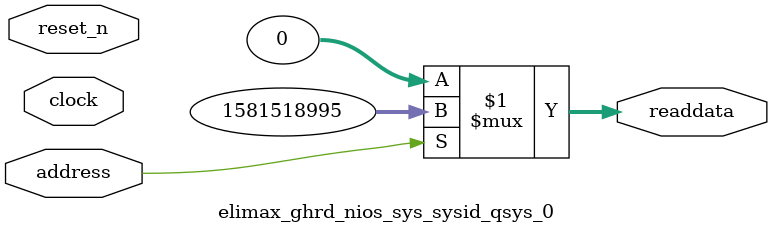
<source format=v>



// synthesis translate_off
`timescale 1ns / 1ps
// synthesis translate_on

// turn off superfluous verilog processor warnings 
// altera message_level Level1 
// altera message_off 10034 10035 10036 10037 10230 10240 10030 

module elimax_ghrd_nios_sys_sysid_qsys_0 (
               // inputs:
                address,
                clock,
                reset_n,

               // outputs:
                readdata
             )
;

  output  [ 31: 0] readdata;
  input            address;
  input            clock;
  input            reset_n;

  wire    [ 31: 0] readdata;
  //control_slave, which is an e_avalon_slave
  assign readdata = address ? 1581518995 : 0;

endmodule



</source>
